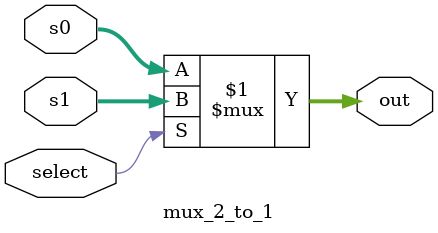
<source format=sv>
`timescale 1ns/1ps

module mux_2_to_1
#(parameter N = 3)
(
    input logic [2**N-1:0] s0,s1,
    input logic select,
    output logic [2**N-1:0] out
);

    assign out = select ? s1 : s0;

endmodule

</source>
